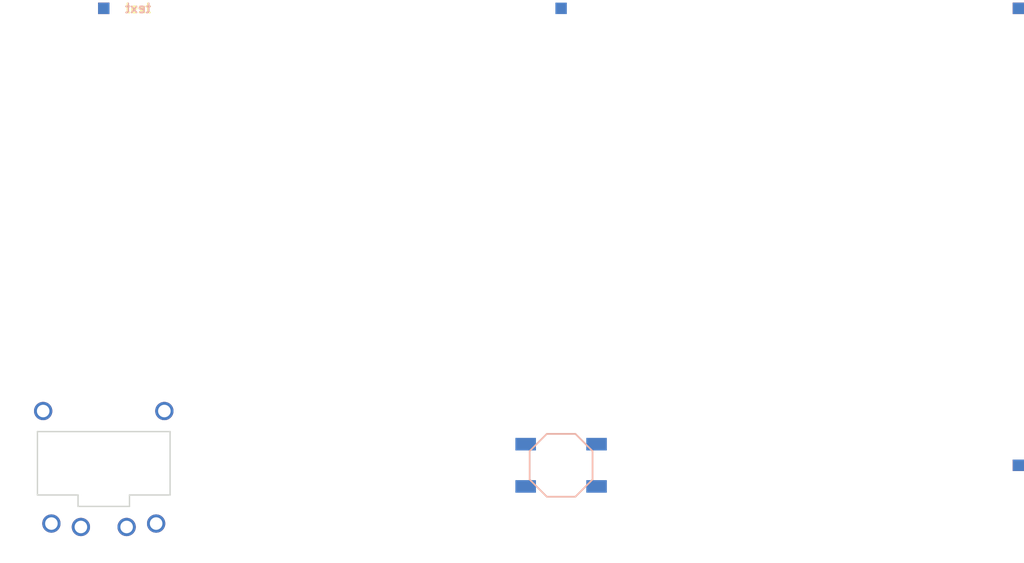
<source format=kicad_pcb>


(kicad_pcb (version 20171130) (host pcbnew 5.1.6)

  (page A3)
  (title_block
    (title "pcb")
    (rev "v9.9")
    (company "Ergogen Tests")
  )

  (general
    (thickness 1.6)
  )

  (layers
    (0 F.Cu signal)
    (31 B.Cu signal)
    (32 B.Adhes user)
    (33 F.Adhes user)
    (34 B.Paste user)
    (35 F.Paste user)
    (36 B.SilkS user)
    (37 F.SilkS user)
    (38 B.Mask user)
    (39 F.Mask user)
    (40 Dwgs.User user)
    (41 Cmts.User user)
    (42 Eco1.User user)
    (43 Eco2.User user)
    (44 Edge.Cuts user)
    (45 Margin user)
    (46 B.CrtYd user)
    (47 F.CrtYd user)
    (48 B.Fab user)
    (49 F.Fab user)
  )

  (setup
    (last_trace_width 0.25)
    (trace_clearance 0.2)
    (zone_clearance 0.508)
    (zone_45_only no)
    (trace_min 0.2)
    (via_size 0.8)
    (via_drill 0.4)
    (via_min_size 0.4)
    (via_min_drill 0.3)
    (uvia_size 0.3)
    (uvia_drill 0.1)
    (uvias_allowed no)
    (uvia_min_size 0.2)
    (uvia_min_drill 0.1)
    (edge_width 0.05)
    (segment_width 0.2)
    (pcb_text_width 0.3)
    (pcb_text_size 1.5 1.5)
    (mod_edge_width 0.12)
    (mod_text_size 1 1)
    (mod_text_width 0.15)
    (pad_size 1.524 1.524)
    (pad_drill 0.762)
    (pad_to_mask_clearance 0.05)
    (aux_axis_origin 0 0)
    (visible_elements FFFFFF7F)
    (pcbplotparams
      (layerselection 0x010fc_ffffffff)
      (usegerberextensions false)
      (usegerberattributes true)
      (usegerberadvancedattributes true)
      (creategerberjobfile true)
      (excludeedgelayer true)
      (linewidth 0.100000)
      (plotframeref false)
      (viasonmask false)
      (mode 1)
      (useauxorigin false)
      (hpglpennumber 1)
      (hpglpenspeed 20)
      (hpglpendiameter 15.000000)
      (psnegative false)
      (psa4output false)
      (plotreference true)
      (plotvalue true)
      (plotinvisibletext false)
      (padsonsilk false)
      (subtractmaskfromsilk false)
      (outputformat 1)
      (mirror false)
      (drillshape 1)
      (scaleselection 1)
      (outputdirectory ""))
  )

  (net 0 "")
(net 1 "net1")
(net 2 "net2")
(net 3 "b1")
(net 4 "b2")
(net 5 "net_p1")
(net 6 "net_p2")
(net 7 "net_p3")
(net 8 "net_p4")

  (net_class Default "This is the default net class."
    (clearance 0.2)
    (trace_width 0.25)
    (via_dia 0.8)
    (via_drill 0.4)
    (uvia_dia 0.3)
    (uvia_drill 0.1)
    (add_net "")
(add_net "net1")
(add_net "net2")
(add_net "b1")
(add_net "b2")
(add_net "net_p1")
(add_net "net_p2")
(add_net "net_p3")
(add_net "net_p4")
  )

  
          
        (module lib:Kailh_PG1232 (layer F.Cu) (tedit 5E1ADAC2)
        (at 0 0 0) 

                
        (fp_text reference "S1" (at 0 0) (layer F.SilkS) hide (effects (font (size 1.27 1.27) (thickness 0.15))))
        (fp_text value Kailh_PG1232 (at 0 -7.3) (layer F.Fab) (effects (font (size 1 1) (thickness 0.15))))

        
        (fp_line (start -7.25 -6.75) (end -6.25 -6.75) (layer Dwgs.User) (width 0.15))
        (fp_line (start -7.25 -6.75) (end -7.25 -5.75) (layer Dwgs.User) (width 0.15))

        (fp_line (start -7.25 6.75) (end -6.25 6.75) (layer Dwgs.User) (width 0.15))
        (fp_line (start -7.25 6.75) (end -7.25 5.75) (layer Dwgs.User) (width 0.15))

        (fp_line (start 7.25 -6.75) (end 6.25 -6.75) (layer Dwgs.User) (width 0.15))
        (fp_line (start 7.25 -6.75) (end 7.25 -5.75) (layer Dwgs.User) (width 0.15))

        (fp_line (start 7.25 6.75) (end 6.25 6.75) (layer Dwgs.User) (width 0.15))
        (fp_line (start 7.25 6.75) (end 7.25 5.75) (layer Dwgs.User) (width 0.15))


        (fp_line (start 2.8 -5.35) (end -2.8 -5.35) (layer Dwgs.User) (width 0.15))
        (fp_line (start -2.8 -3.2) (end 2.8 -3.2) (layer Dwgs.User) (width 0.15))
        (fp_line (start 2.8 -3.2) (end 2.8 -5.35) (layer Dwgs.User) (width 0.15))
        (fp_line (start -2.8 -3.2) (end -2.8 -5.35) (layer Dwgs.User) (width 0.15))
        
                	 
        (fp_line (start 2.25 2.6) (end 5.8 2.6) (layer Edge.Cuts) (width 0.12))
        (fp_line (start -2.25 2.6) (end -5.8 2.6) (layer Edge.Cuts) (width 0.12))
        (fp_line (start 2.25 3.6) (end 2.25 2.6) (layer Edge.Cuts) (width 0.12))
        (fp_line (start -2.25 3.6) (end 2.25 3.6) (layer Edge.Cuts) (width 0.12))
        (fp_line (start -2.25 2.6) (end -2.25 3.6) (layer Edge.Cuts) (width 0.12))
        (fp_line (start -5.8 2.6) (end -5.8 -2.95) (layer Edge.Cuts) (width 0.12))
        (fp_line (start 5.8 -2.95) (end 5.8 2.6) (layer Edge.Cuts) (width 0.12))
        (fp_line (start -5.8 -2.95) (end 5.8 -2.95) (layer Edge.Cuts) (width 0.12))
        
            
        (pad 3 thru_hole circle (at 5.3 -4.75) (size 1.6 1.6) (drill 1.1) (layers *.Cu *.Mask) (clearance 0.2))
        (pad 4 thru_hole circle (at -5.3 -4.75) (size 1.6 1.6) (drill 1.1) (layers *.Cu *.Mask) (clearance 0.2))
      
          
        
        (fp_line (start -9 -8.5) (end 9 -8.5) (layer Dwgs.User) (width 0.15))
        (fp_line (start 9 -8.5) (end 9 8.5) (layer Dwgs.User) (width 0.15))
        (fp_line (start 9 8.5) (end -9 8.5) (layer Dwgs.User) (width 0.15))
        (fp_line (start -9 8.5) (end -9 -8.5) (layer Dwgs.User) (width 0.15))
        
          
        
        (pad 1 thru_hole circle (at -4.58 5.1) (size 1.6 1.6) (drill 1.1) (layers *.Cu *.Mask) (net 1 "net1") (clearance 0.2))
        (pad 2 thru_hole circle (at 2 5.4) (size 1.6 1.6) (drill 1.1) (layers *.Cu *.Mask) (net 2 "net2") (clearance 0.2))
			  
          
        
        (pad 1 thru_hole circle (at 4.58 5.1) (size 1.6 1.6) (drill 1.1) (layers *.Cu *.Mask) (net 1 "net1") (clearance 0.2))
        (pad 2 thru_hole circle (at -2 5.4) (size 1.6 1.6) (drill 1.1) (layers *.Cu *.Mask) (net 2 "net2") (clearance 0.2))
			  )

          

          
    (module E73:SW_TACT_ALPS_SKQGABE010 (layer F.Cu) (tstamp 5BF2CC94)

        (descr "Low-profile SMD Tactile Switch, https://www.e-switch.com/product-catalog/tact/product-lines/tl3342-series-low-profile-smt-tact-switch")
        (tags "SPST Tactile Switch")

        (at 40 0 0)
        
        (fp_text reference "B1" (at 0 0) (layer F.SilkS) hide (effects (font (size 1.27 1.27) (thickness 0.15))))
        (fp_text value "" (at 0 0) (layer F.SilkS) hide (effects (font (size 1.27 1.27) (thickness 0.15))))
        
        
        (fp_line (start 2.75 1.25) (end 1.25 2.75) (layer B.SilkS) (width 0.15))
        (fp_line (start 2.75 -1.25) (end 1.25 -2.75) (layer B.SilkS) (width 0.15))
        (fp_line (start 2.75 -1.25) (end 2.75 1.25) (layer B.SilkS) (width 0.15))
        (fp_line (start -1.25 2.75) (end 1.25 2.75) (layer B.SilkS) (width 0.15))
        (fp_line (start -1.25 -2.75) (end 1.25 -2.75) (layer B.SilkS) (width 0.15))
        (fp_line (start -2.75 1.25) (end -1.25 2.75) (layer B.SilkS) (width 0.15))
        (fp_line (start -2.75 -1.25) (end -1.25 -2.75) (layer B.SilkS) (width 0.15))
        (fp_line (start -2.75 -1.25) (end -2.75 1.25) (layer B.SilkS) (width 0.15))
        
        
        (pad 1 smd rect (at -3.1 -1.85 0) (size 1.8 1.1) (layers B.Cu B.Paste B.Mask) (net 3 "b1"))
        (pad 1 smd rect (at 3.1 -1.85 0) (size 1.8 1.1) (layers B.Cu B.Paste B.Mask) (net 3 "b1"))
        (pad 2 smd rect (at -3.1 1.85 0) (size 1.8 1.1) (layers B.Cu B.Paste B.Mask) (net 4 "b2"))
        (pad 2 smd rect (at 3.1 1.85 0) (size 1.8 1.1) (layers B.Cu B.Paste B.Mask) (net 4 "b2"))
    )
    
    

    
        (module SMDPad (layer F.Cu) (tedit 5B24D78E)

            (at 0 -40 0)

            
            (fp_text reference "PAD1" (at 0 0) (layer F.SilkS) hide (effects (font (size 1.27 1.27) (thickness 0.15))))
            (fp_text value "" (at 0 0) (layer F.SilkS) hide (effects (font (size 1.27 1.27) (thickness 0.15))))
            
            
            (pad 1 smd rect (at 0 0 0) (size 1 1) (layers F.Cu F.Paste F.Mask) (net 5 "net_p1"))
(fp_text user text (at 3 0 0) (layer F.SilkS) (effects (font (size 0.8 0.8) (thickness 0.15)) ))
            (pad 1 smd rect (at 0 0 0) (size 1 1) (layers B.Cu B.Paste B.Mask) (net 5 "net_p1"))
(fp_text user text (at 3 0 0) (layer B.SilkS) (effects (font (size 0.8 0.8) (thickness 0.15)) (justify mirror)))
            
        )
    
        

    
        (module SMDPad (layer F.Cu) (tedit 5B24D78E)

            (at 40 -40 0)

            
            (fp_text reference "PAD2" (at 0 0) (layer F.SilkS) hide (effects (font (size 1.27 1.27) (thickness 0.15))))
            (fp_text value "" (at 0 0) (layer F.SilkS) hide (effects (font (size 1.27 1.27) (thickness 0.15))))
            
            
            
            (pad 1 smd rect (at 0 0 0) (size 1 1) (layers B.Cu B.Paste B.Mask) (net 6 "net_p2"))

            
        )
    
        

    
        (module SMDPad (layer F.Cu) (tedit 5B24D78E)

            (at 80 0 0)

            
            (fp_text reference "PAD3" (at 0 0) (layer F.SilkS) hide (effects (font (size 1.27 1.27) (thickness 0.15))))
            (fp_text value "" (at 0 0) (layer F.SilkS) hide (effects (font (size 1.27 1.27) (thickness 0.15))))
            
            
            (pad 1 smd rect (at 0 0 0) (size 1 1) (layers F.Cu F.Paste F.Mask) (net 7 "net_p3"))

            (pad 1 smd rect (at 0 0 0) (size 1 1) (layers B.Cu B.Paste B.Mask) (net 7 "net_p3"))

            
        )
    
        

    
        (module SMDPad (layer F.Cu) (tedit 5B24D78E)

            (at 80 -40 0)

            
            (fp_text reference "PAD4" (at 0 0) (layer F.SilkS) hide (effects (font (size 1.27 1.27) (thickness 0.15))))
            (fp_text value "" (at 0 0) (layer F.SilkS) hide (effects (font (size 1.27 1.27) (thickness 0.15))))
            
            
            (pad 1 smd rect (at 0 0 0) (size 1 1) (layers F.Cu F.Paste F.Mask) (net 8 "net_p4"))

            (pad 1 smd rect (at 0 0 0) (size 1 1) (layers B.Cu B.Paste B.Mask) (net 8 "net_p4"))

            
        )
    
        
  

)
</source>
